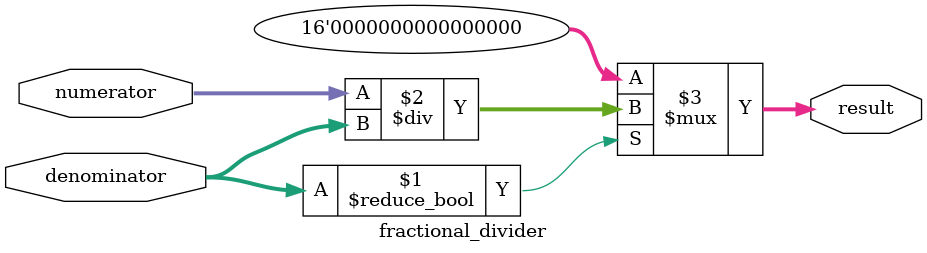
<source format=sv>
module integer_to_fraction #(
    parameter INT_WIDTH = 8,
    parameter FRAC_WIDTH = 8
)(
    input  wire [INT_WIDTH-1:0] int_in,
    input  wire [INT_WIDTH-1:0] denominator,
    output wire [INT_WIDTH+FRAC_WIDTH-1:0] frac_out
);

    // Internal signal for shifted integer
    wire [INT_WIDTH+FRAC_WIDTH-1:0] shifted_int;
    // Internal signal for normalized denominator
    wire [INT_WIDTH+FRAC_WIDTH-1:0] norm_denominator;
    // Internal signal for division result
    wire [INT_WIDTH+FRAC_WIDTH-1:0] division_result;

    // Integer Left Shifter: Aligns integer input with fractional width
    int_left_shifter #(
        .INT_WIDTH(INT_WIDTH),
        .FRAC_WIDTH(FRAC_WIDTH)
    ) u_int_left_shifter (
        .int_in(int_in),
        .shifted_int(shifted_int)
    );

    // Denominator Normalizer: Zero-extends denominator to match numerator width
    denominator_normalizer #(
        .INT_WIDTH(INT_WIDTH),
        .FRAC_WIDTH(FRAC_WIDTH)
    ) u_denominator_normalizer (
        .denominator_in(denominator),
        .denominator_out(norm_denominator)
    );

    // Fractional Divider: Performs division to obtain fractional output
    fractional_divider #(
        .WIDTH(INT_WIDTH+FRAC_WIDTH)
    ) u_fractional_divider (
        .numerator(shifted_int),
        .denominator(norm_denominator),
        .result(division_result)
    );

    // Output assignment
    assign frac_out = division_result;

endmodule

// -----------------------------------------------------------------------------
// Integer Left Shifter
// Shifts the integer input by FRAC_WIDTH bits to the left
// -----------------------------------------------------------------------------
module int_left_shifter #(
    parameter INT_WIDTH = 8,
    parameter FRAC_WIDTH = 8
)(
    input  wire [INT_WIDTH-1:0] int_in,
    output wire [INT_WIDTH+FRAC_WIDTH-1:0] shifted_int
);
    assign shifted_int = {int_in, {FRAC_WIDTH{1'b0}}};
endmodule

// -----------------------------------------------------------------------------
// Denominator Normalizer
// Zero-extends the denominator to match the required width for division
// -----------------------------------------------------------------------------
module denominator_normalizer #(
    parameter INT_WIDTH = 8,
    parameter FRAC_WIDTH = 8
)(
    input  wire [INT_WIDTH-1:0] denominator_in,
    output wire [INT_WIDTH+FRAC_WIDTH-1:0] denominator_out
);
    assign denominator_out = {{FRAC_WIDTH{1'b0}}, denominator_in};
endmodule

// -----------------------------------------------------------------------------
// Fractional Divider
// Divides numerator by denominator to produce a fixed-point result
// -----------------------------------------------------------------------------
module fractional_divider #(
    parameter WIDTH = 16
)(
    input  wire [WIDTH-1:0] numerator,
    input  wire [WIDTH-1:0] denominator,
    output wire [WIDTH-1:0] result
);
    assign result = denominator != 0 ? numerator / denominator : {WIDTH{1'b0}};
endmodule
</source>
